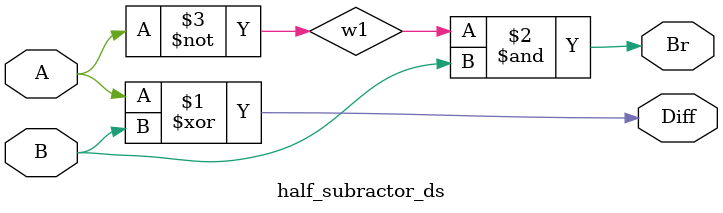
<source format=v>
module half_subractor_ds(input A, B,
		    output Diff, Br);

	wire w1;
	not g0( w1, A);
	xor g1(Diff, A, B);
	and g2(Br, w1, B);

endmodule

 

</source>
